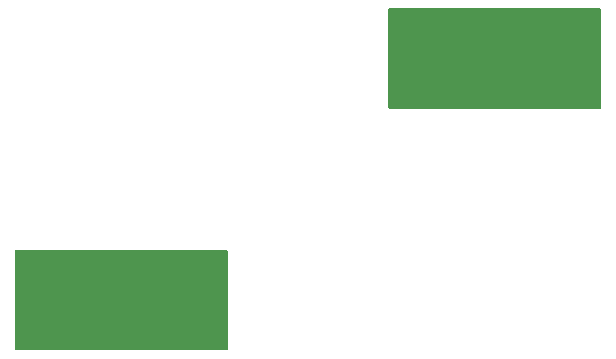
<source format=gbr>
G04 EAGLE Gerber X2 export*
%TF.Part,Single*%
%TF.FileFunction,Other,stiffener on bottom layer*%
%TF.FilePolarity,Positive*%
%TF.GenerationSoftware,Autodesk,EAGLE,9.5.2*%
%TF.CreationDate,2020-03-22T18:46:16Z*%
G75*
%MOMM*%
%FSLAX34Y34*%
%LPD*%
%INstiffener bottom*%
%AMOC8*
5,1,8,0,0,1.08239X$1,22.5*%
G01*

G36*
X895468Y208296D02*
X895468Y208296D01*
X895587Y208303D01*
X895625Y208316D01*
X895666Y208321D01*
X895776Y208364D01*
X895889Y208401D01*
X895924Y208423D01*
X895961Y208438D01*
X896057Y208508D01*
X896158Y208571D01*
X896186Y208601D01*
X896219Y208624D01*
X896295Y208716D01*
X896376Y208803D01*
X896396Y208838D01*
X896421Y208869D01*
X896472Y208977D01*
X896530Y209081D01*
X896540Y209121D01*
X896557Y209157D01*
X896579Y209274D01*
X896609Y209389D01*
X896613Y209450D01*
X896617Y209470D01*
X896615Y209490D01*
X896619Y209550D01*
X896619Y292100D01*
X896604Y292218D01*
X896597Y292337D01*
X896584Y292375D01*
X896579Y292416D01*
X896536Y292526D01*
X896499Y292639D01*
X896477Y292674D01*
X896462Y292711D01*
X896393Y292807D01*
X896329Y292908D01*
X896299Y292936D01*
X896276Y292969D01*
X896184Y293045D01*
X896097Y293126D01*
X896062Y293146D01*
X896031Y293171D01*
X895923Y293222D01*
X895819Y293280D01*
X895779Y293290D01*
X895743Y293307D01*
X895626Y293329D01*
X895511Y293359D01*
X895451Y293363D01*
X895431Y293367D01*
X895410Y293365D01*
X895350Y293369D01*
X717550Y293369D01*
X717432Y293354D01*
X717313Y293347D01*
X717275Y293334D01*
X717234Y293329D01*
X717124Y293286D01*
X717011Y293249D01*
X716976Y293227D01*
X716939Y293212D01*
X716843Y293143D01*
X716742Y293079D01*
X716714Y293049D01*
X716681Y293026D01*
X716606Y292934D01*
X716524Y292847D01*
X716504Y292812D01*
X716479Y292781D01*
X716428Y292673D01*
X716370Y292569D01*
X716360Y292529D01*
X716343Y292493D01*
X716321Y292376D01*
X716291Y292261D01*
X716287Y292201D01*
X716283Y292181D01*
X716285Y292160D01*
X716281Y292100D01*
X716281Y209550D01*
X716296Y209432D01*
X716303Y209313D01*
X716316Y209275D01*
X716321Y209234D01*
X716364Y209124D01*
X716401Y209011D01*
X716423Y208976D01*
X716438Y208939D01*
X716508Y208843D01*
X716571Y208742D01*
X716601Y208714D01*
X716624Y208681D01*
X716716Y208606D01*
X716803Y208524D01*
X716838Y208504D01*
X716869Y208479D01*
X716977Y208428D01*
X717081Y208370D01*
X717121Y208360D01*
X717157Y208343D01*
X717274Y208321D01*
X717389Y208291D01*
X717450Y208287D01*
X717470Y208283D01*
X717490Y208285D01*
X717550Y208281D01*
X895350Y208281D01*
X895468Y208296D01*
G37*
G36*
X579238Y3826D02*
X579238Y3826D01*
X579357Y3833D01*
X579395Y3846D01*
X579436Y3851D01*
X579546Y3894D01*
X579659Y3931D01*
X579694Y3953D01*
X579731Y3968D01*
X579827Y4038D01*
X579928Y4101D01*
X579956Y4131D01*
X579989Y4154D01*
X580065Y4246D01*
X580146Y4333D01*
X580166Y4368D01*
X580191Y4399D01*
X580242Y4507D01*
X580300Y4611D01*
X580310Y4651D01*
X580327Y4687D01*
X580349Y4804D01*
X580379Y4919D01*
X580383Y4980D01*
X580387Y5000D01*
X580385Y5020D01*
X580389Y5080D01*
X580389Y87630D01*
X580374Y87748D01*
X580367Y87867D01*
X580354Y87905D01*
X580349Y87946D01*
X580306Y88056D01*
X580269Y88169D01*
X580247Y88204D01*
X580232Y88241D01*
X580163Y88337D01*
X580099Y88438D01*
X580069Y88466D01*
X580046Y88499D01*
X579954Y88575D01*
X579867Y88656D01*
X579832Y88676D01*
X579801Y88701D01*
X579693Y88752D01*
X579589Y88810D01*
X579549Y88820D01*
X579513Y88837D01*
X579396Y88859D01*
X579281Y88889D01*
X579221Y88893D01*
X579201Y88897D01*
X579180Y88895D01*
X579120Y88899D01*
X401320Y88899D01*
X401202Y88884D01*
X401083Y88877D01*
X401045Y88864D01*
X401004Y88859D01*
X400894Y88816D01*
X400781Y88779D01*
X400746Y88757D01*
X400709Y88742D01*
X400613Y88673D01*
X400512Y88609D01*
X400484Y88579D01*
X400451Y88556D01*
X400376Y88464D01*
X400294Y88377D01*
X400274Y88342D01*
X400249Y88311D01*
X400198Y88203D01*
X400140Y88099D01*
X400130Y88059D01*
X400113Y88023D01*
X400091Y87906D01*
X400061Y87791D01*
X400057Y87731D01*
X400053Y87711D01*
X400055Y87690D01*
X400051Y87630D01*
X400051Y5080D01*
X400066Y4962D01*
X400073Y4843D01*
X400086Y4805D01*
X400091Y4764D01*
X400134Y4654D01*
X400171Y4541D01*
X400193Y4506D01*
X400208Y4469D01*
X400278Y4373D01*
X400341Y4272D01*
X400371Y4244D01*
X400394Y4211D01*
X400486Y4136D01*
X400573Y4054D01*
X400608Y4034D01*
X400639Y4009D01*
X400747Y3958D01*
X400851Y3900D01*
X400891Y3890D01*
X400927Y3873D01*
X401044Y3851D01*
X401159Y3821D01*
X401220Y3817D01*
X401240Y3813D01*
X401260Y3815D01*
X401320Y3811D01*
X579120Y3811D01*
X579238Y3826D01*
G37*
M02*

</source>
